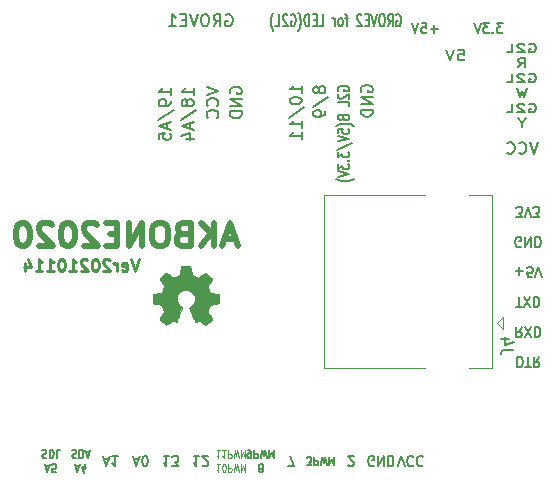
<source format=gbr>
G04 #@! TF.GenerationSoftware,KiCad,Pcbnew,5.1.7-a382d34a8~87~ubuntu20.04.1*
G04 #@! TF.CreationDate,2021-01-14T17:18:01+09:00*
G04 #@! TF.ProjectId,AKBONE2020LGT8F,414b424f-4e45-4323-9032-304c47543846,rev?*
G04 #@! TF.SameCoordinates,Original*
G04 #@! TF.FileFunction,Legend,Bot*
G04 #@! TF.FilePolarity,Positive*
%FSLAX46Y46*%
G04 Gerber Fmt 4.6, Leading zero omitted, Abs format (unit mm)*
G04 Created by KiCad (PCBNEW 5.1.7-a382d34a8~87~ubuntu20.04.1) date 2021-01-14 17:18:01*
%MOMM*%
%LPD*%
G01*
G04 APERTURE LIST*
%ADD10C,0.175000*%
%ADD11C,0.200000*%
%ADD12C,0.250000*%
%ADD13C,0.500000*%
%ADD14C,0.170000*%
%ADD15C,0.150000*%
%ADD16C,0.125000*%
%ADD17C,0.002540*%
%ADD18C,0.120000*%
G04 APERTURE END LIST*
D10*
X212283420Y-94409240D02*
X212235800Y-94342573D01*
X212235800Y-94242573D01*
X212283420Y-94142573D01*
X212378658Y-94075906D01*
X212473896Y-94042573D01*
X212664372Y-94009240D01*
X212807229Y-94009240D01*
X212997705Y-94042573D01*
X213092943Y-94075906D01*
X213188181Y-94142573D01*
X213235800Y-94242573D01*
X213235800Y-94309240D01*
X213188181Y-94409240D01*
X213140562Y-94442573D01*
X212807229Y-94442573D01*
X212807229Y-94309240D01*
X212331039Y-94709240D02*
X212283420Y-94742573D01*
X212235800Y-94809240D01*
X212235800Y-94975906D01*
X212283420Y-95042573D01*
X212331039Y-95075906D01*
X212426277Y-95109240D01*
X212521515Y-95109240D01*
X212664372Y-95075906D01*
X213235800Y-94675906D01*
X213235800Y-95109240D01*
X213235800Y-95742573D02*
X213235800Y-95409240D01*
X212235800Y-95409240D01*
X212711991Y-96742573D02*
X212759610Y-96842573D01*
X212807229Y-96875906D01*
X212902467Y-96909240D01*
X213045324Y-96909240D01*
X213140562Y-96875906D01*
X213188181Y-96842573D01*
X213235800Y-96775906D01*
X213235800Y-96509240D01*
X212235800Y-96509240D01*
X212235800Y-96742573D01*
X212283420Y-96809240D01*
X212331039Y-96842573D01*
X212426277Y-96875906D01*
X212521515Y-96875906D01*
X212616753Y-96842573D01*
X212664372Y-96809240D01*
X212711991Y-96742573D01*
X212711991Y-96509240D01*
X213616753Y-97409240D02*
X213569134Y-97375906D01*
X213426277Y-97309240D01*
X213331039Y-97275906D01*
X213188181Y-97242573D01*
X212950086Y-97209240D01*
X212759610Y-97209240D01*
X212521515Y-97242573D01*
X212378658Y-97275906D01*
X212283420Y-97309240D01*
X212140562Y-97375906D01*
X212092943Y-97409240D01*
X212235800Y-98009240D02*
X212235800Y-97675906D01*
X212711991Y-97642573D01*
X212664372Y-97675906D01*
X212616753Y-97742573D01*
X212616753Y-97909240D01*
X212664372Y-97975906D01*
X212711991Y-98009240D01*
X212807229Y-98042573D01*
X213045324Y-98042573D01*
X213140562Y-98009240D01*
X213188181Y-97975906D01*
X213235800Y-97909240D01*
X213235800Y-97742573D01*
X213188181Y-97675906D01*
X213140562Y-97642573D01*
X212235800Y-98242573D02*
X213235800Y-98475906D01*
X212235800Y-98709240D01*
X212188181Y-99442573D02*
X213473896Y-98842573D01*
X212235800Y-99609240D02*
X212235800Y-100042573D01*
X212616753Y-99809240D01*
X212616753Y-99909240D01*
X212664372Y-99975906D01*
X212711991Y-100009240D01*
X212807229Y-100042573D01*
X213045324Y-100042573D01*
X213140562Y-100009240D01*
X213188181Y-99975906D01*
X213235800Y-99909240D01*
X213235800Y-99709240D01*
X213188181Y-99642573D01*
X213140562Y-99609240D01*
X213140562Y-100342573D02*
X213188181Y-100375906D01*
X213235800Y-100342573D01*
X213188181Y-100309240D01*
X213140562Y-100342573D01*
X213235800Y-100342573D01*
X212235800Y-100609240D02*
X212235800Y-101042573D01*
X212616753Y-100809240D01*
X212616753Y-100909240D01*
X212664372Y-100975906D01*
X212711991Y-101009240D01*
X212807229Y-101042573D01*
X213045324Y-101042573D01*
X213140562Y-101009240D01*
X213188181Y-100975906D01*
X213235800Y-100909240D01*
X213235800Y-100709240D01*
X213188181Y-100642573D01*
X213140562Y-100609240D01*
X212235800Y-101242573D02*
X213235800Y-101475906D01*
X212235800Y-101709240D01*
X213616753Y-101875906D02*
X213569134Y-101909240D01*
X213426277Y-101975906D01*
X213331039Y-102009240D01*
X213188181Y-102042573D01*
X212950086Y-102075906D01*
X212759610Y-102075906D01*
X212521515Y-102042573D01*
X212378658Y-102009240D01*
X212283420Y-101975906D01*
X212140562Y-101909240D01*
X212092943Y-101875906D01*
D11*
X209189580Y-94596793D02*
X209189580Y-94025364D01*
X209189580Y-94311079D02*
X208189580Y-94311079D01*
X208332438Y-94215840D01*
X208427676Y-94120602D01*
X208475295Y-94025364D01*
X208189580Y-95215840D02*
X208189580Y-95311079D01*
X208237200Y-95406317D01*
X208284819Y-95453936D01*
X208380057Y-95501555D01*
X208570533Y-95549174D01*
X208808628Y-95549174D01*
X208999104Y-95501555D01*
X209094342Y-95453936D01*
X209141961Y-95406317D01*
X209189580Y-95311079D01*
X209189580Y-95215840D01*
X209141961Y-95120602D01*
X209094342Y-95072983D01*
X208999104Y-95025364D01*
X208808628Y-94977745D01*
X208570533Y-94977745D01*
X208380057Y-95025364D01*
X208284819Y-95072983D01*
X208237200Y-95120602D01*
X208189580Y-95215840D01*
X208141961Y-96692031D02*
X209427676Y-95834888D01*
X209189580Y-97549174D02*
X209189580Y-96977745D01*
X209189580Y-97263460D02*
X208189580Y-97263460D01*
X208332438Y-97168221D01*
X208427676Y-97072983D01*
X208475295Y-96977745D01*
X209189580Y-98501555D02*
X209189580Y-97930126D01*
X209189580Y-98215840D02*
X208189580Y-98215840D01*
X208332438Y-98120602D01*
X208427676Y-98025364D01*
X208475295Y-97930126D01*
X214251920Y-94513495D02*
X214204300Y-94418257D01*
X214204300Y-94275400D01*
X214251920Y-94132542D01*
X214347158Y-94037304D01*
X214442396Y-93989685D01*
X214632872Y-93942066D01*
X214775729Y-93942066D01*
X214966205Y-93989685D01*
X215061443Y-94037304D01*
X215156681Y-94132542D01*
X215204300Y-94275400D01*
X215204300Y-94370638D01*
X215156681Y-94513495D01*
X215109062Y-94561114D01*
X214775729Y-94561114D01*
X214775729Y-94370638D01*
X215204300Y-94989685D02*
X214204300Y-94989685D01*
X215204300Y-95561114D01*
X214204300Y-95561114D01*
X215204300Y-96037304D02*
X214204300Y-96037304D01*
X214204300Y-96275400D01*
X214251920Y-96418257D01*
X214347158Y-96513495D01*
X214442396Y-96561114D01*
X214632872Y-96608733D01*
X214775729Y-96608733D01*
X214966205Y-96561114D01*
X215061443Y-96513495D01*
X215156681Y-96418257D01*
X215204300Y-96275400D01*
X215204300Y-96037304D01*
X210622212Y-94241121D02*
X210574593Y-94145883D01*
X210526974Y-94098264D01*
X210431736Y-94050645D01*
X210384117Y-94050645D01*
X210288879Y-94098264D01*
X210241260Y-94145883D01*
X210193640Y-94241121D01*
X210193640Y-94431598D01*
X210241260Y-94526836D01*
X210288879Y-94574455D01*
X210384117Y-94622074D01*
X210431736Y-94622074D01*
X210526974Y-94574455D01*
X210574593Y-94526836D01*
X210622212Y-94431598D01*
X210622212Y-94241121D01*
X210669831Y-94145883D01*
X210717450Y-94098264D01*
X210812688Y-94050645D01*
X211003164Y-94050645D01*
X211098402Y-94098264D01*
X211146021Y-94145883D01*
X211193640Y-94241121D01*
X211193640Y-94431598D01*
X211146021Y-94526836D01*
X211098402Y-94574455D01*
X211003164Y-94622074D01*
X210812688Y-94622074D01*
X210717450Y-94574455D01*
X210669831Y-94526836D01*
X210622212Y-94431598D01*
X210146021Y-95764931D02*
X211431736Y-94907788D01*
X211193640Y-96145883D02*
X211193640Y-96336360D01*
X211146021Y-96431598D01*
X211098402Y-96479217D01*
X210955545Y-96574455D01*
X210765069Y-96622074D01*
X210384117Y-96622074D01*
X210288879Y-96574455D01*
X210241260Y-96526836D01*
X210193640Y-96431598D01*
X210193640Y-96241121D01*
X210241260Y-96145883D01*
X210288879Y-96098264D01*
X210384117Y-96050645D01*
X210622212Y-96050645D01*
X210717450Y-96098264D01*
X210765069Y-96145883D01*
X210812688Y-96241121D01*
X210812688Y-96431598D01*
X210765069Y-96526836D01*
X210717450Y-96574455D01*
X210622212Y-96622074D01*
X203167360Y-94643035D02*
X203119740Y-94547797D01*
X203119740Y-94404940D01*
X203167360Y-94262082D01*
X203262598Y-94166844D01*
X203357836Y-94119225D01*
X203548312Y-94071606D01*
X203691169Y-94071606D01*
X203881645Y-94119225D01*
X203976883Y-94166844D01*
X204072121Y-94262082D01*
X204119740Y-94404940D01*
X204119740Y-94500178D01*
X204072121Y-94643035D01*
X204024502Y-94690654D01*
X203691169Y-94690654D01*
X203691169Y-94500178D01*
X204119740Y-95119225D02*
X203119740Y-95119225D01*
X204119740Y-95690654D01*
X203119740Y-95690654D01*
X204119740Y-96166844D02*
X203119740Y-96166844D01*
X203119740Y-96404940D01*
X203167360Y-96547797D01*
X203262598Y-96643035D01*
X203357836Y-96690654D01*
X203548312Y-96738273D01*
X203691169Y-96738273D01*
X203881645Y-96690654D01*
X203976883Y-96643035D01*
X204072121Y-96547797D01*
X204119740Y-96404940D01*
X204119740Y-96166844D01*
X201143620Y-94114786D02*
X202143620Y-94448120D01*
X201143620Y-94781453D01*
X202048382Y-95686215D02*
X202096001Y-95638596D01*
X202143620Y-95495739D01*
X202143620Y-95400500D01*
X202096001Y-95257643D01*
X202000763Y-95162405D01*
X201905525Y-95114786D01*
X201715049Y-95067167D01*
X201572192Y-95067167D01*
X201381716Y-95114786D01*
X201286478Y-95162405D01*
X201191240Y-95257643D01*
X201143620Y-95400500D01*
X201143620Y-95495739D01*
X201191240Y-95638596D01*
X201238859Y-95686215D01*
X202048382Y-96686215D02*
X202096001Y-96638596D01*
X202143620Y-96495739D01*
X202143620Y-96400500D01*
X202096001Y-96257643D01*
X202000763Y-96162405D01*
X201905525Y-96114786D01*
X201715049Y-96067167D01*
X201572192Y-96067167D01*
X201381716Y-96114786D01*
X201286478Y-96162405D01*
X201191240Y-96257643D01*
X201143620Y-96400500D01*
X201143620Y-96495739D01*
X201191240Y-96638596D01*
X201238859Y-96686215D01*
X198105020Y-94773952D02*
X198105020Y-94202523D01*
X198105020Y-94488238D02*
X197105020Y-94488238D01*
X197247878Y-94393000D01*
X197343116Y-94297761D01*
X197390735Y-94202523D01*
X198105020Y-95250142D02*
X198105020Y-95440619D01*
X198057401Y-95535857D01*
X198009782Y-95583476D01*
X197866925Y-95678714D01*
X197676449Y-95726333D01*
X197295497Y-95726333D01*
X197200259Y-95678714D01*
X197152640Y-95631095D01*
X197105020Y-95535857D01*
X197105020Y-95345380D01*
X197152640Y-95250142D01*
X197200259Y-95202523D01*
X197295497Y-95154904D01*
X197533592Y-95154904D01*
X197628830Y-95202523D01*
X197676449Y-95250142D01*
X197724068Y-95345380D01*
X197724068Y-95535857D01*
X197676449Y-95631095D01*
X197628830Y-95678714D01*
X197533592Y-95726333D01*
X197057401Y-96869190D02*
X198343116Y-96012047D01*
X197819306Y-97154904D02*
X197819306Y-97631095D01*
X198105020Y-97059666D02*
X197105020Y-97393000D01*
X198105020Y-97726333D01*
X197105020Y-98535857D02*
X197105020Y-98059666D01*
X197581211Y-98012047D01*
X197533592Y-98059666D01*
X197485973Y-98154904D01*
X197485973Y-98393000D01*
X197533592Y-98488238D01*
X197581211Y-98535857D01*
X197676449Y-98583476D01*
X197914544Y-98583476D01*
X198009782Y-98535857D01*
X198057401Y-98488238D01*
X198105020Y-98393000D01*
X198105020Y-98154904D01*
X198057401Y-98059666D01*
X198009782Y-98012047D01*
X200037960Y-94773952D02*
X200037960Y-94202523D01*
X200037960Y-94488238D02*
X199037960Y-94488238D01*
X199180818Y-94393000D01*
X199276056Y-94297761D01*
X199323675Y-94202523D01*
X199466532Y-95345380D02*
X199418913Y-95250142D01*
X199371294Y-95202523D01*
X199276056Y-95154904D01*
X199228437Y-95154904D01*
X199133199Y-95202523D01*
X199085580Y-95250142D01*
X199037960Y-95345380D01*
X199037960Y-95535857D01*
X199085580Y-95631095D01*
X199133199Y-95678714D01*
X199228437Y-95726333D01*
X199276056Y-95726333D01*
X199371294Y-95678714D01*
X199418913Y-95631095D01*
X199466532Y-95535857D01*
X199466532Y-95345380D01*
X199514151Y-95250142D01*
X199561770Y-95202523D01*
X199657008Y-95154904D01*
X199847484Y-95154904D01*
X199942722Y-95202523D01*
X199990341Y-95250142D01*
X200037960Y-95345380D01*
X200037960Y-95535857D01*
X199990341Y-95631095D01*
X199942722Y-95678714D01*
X199847484Y-95726333D01*
X199657008Y-95726333D01*
X199561770Y-95678714D01*
X199514151Y-95631095D01*
X199466532Y-95535857D01*
X198990341Y-96869190D02*
X200276056Y-96012047D01*
X199752246Y-97154904D02*
X199752246Y-97631095D01*
X200037960Y-97059666D02*
X199037960Y-97393000D01*
X200037960Y-97726333D01*
X199371294Y-98488238D02*
X200037960Y-98488238D01*
X198990341Y-98250142D02*
X199704627Y-98012047D01*
X199704627Y-98631095D01*
X220715711Y-89220825D02*
X220106187Y-89220825D01*
X220410949Y-89563682D02*
X220410949Y-88877968D01*
X219344282Y-88663682D02*
X219725235Y-88663682D01*
X219763330Y-89092254D01*
X219725235Y-89049397D01*
X219649044Y-89006540D01*
X219458568Y-89006540D01*
X219382378Y-89049397D01*
X219344282Y-89092254D01*
X219306187Y-89177968D01*
X219306187Y-89392254D01*
X219344282Y-89477968D01*
X219382378Y-89520825D01*
X219458568Y-89563682D01*
X219649044Y-89563682D01*
X219725235Y-89520825D01*
X219763330Y-89477968D01*
X219077616Y-88663682D02*
X218810949Y-89563682D01*
X218544282Y-88663682D01*
D10*
X228457047Y-95557500D02*
X228552285Y-95524166D01*
X228695142Y-95524166D01*
X228838000Y-95557500D01*
X228933238Y-95624166D01*
X228980857Y-95690833D01*
X229028476Y-95824166D01*
X229028476Y-95924166D01*
X228980857Y-96057500D01*
X228933238Y-96124166D01*
X228838000Y-96190833D01*
X228695142Y-96224166D01*
X228599904Y-96224166D01*
X228457047Y-96190833D01*
X228409428Y-96157500D01*
X228409428Y-95924166D01*
X228599904Y-95924166D01*
X228028476Y-95590833D02*
X227980857Y-95557500D01*
X227885619Y-95524166D01*
X227647523Y-95524166D01*
X227552285Y-95557500D01*
X227504666Y-95590833D01*
X227457047Y-95657500D01*
X227457047Y-95724166D01*
X227504666Y-95824166D01*
X228076095Y-96224166D01*
X227457047Y-96224166D01*
X226552285Y-96224166D02*
X227028476Y-96224166D01*
X227028476Y-95524166D01*
X227838000Y-97115833D02*
X227838000Y-97449166D01*
X228171333Y-96749166D02*
X227838000Y-97115833D01*
X227504666Y-96749166D01*
X228457047Y-93017500D02*
X228552285Y-92984166D01*
X228695142Y-92984166D01*
X228838000Y-93017500D01*
X228933238Y-93084166D01*
X228980857Y-93150833D01*
X229028476Y-93284166D01*
X229028476Y-93384166D01*
X228980857Y-93517500D01*
X228933238Y-93584166D01*
X228838000Y-93650833D01*
X228695142Y-93684166D01*
X228599904Y-93684166D01*
X228457047Y-93650833D01*
X228409428Y-93617500D01*
X228409428Y-93384166D01*
X228599904Y-93384166D01*
X228028476Y-93050833D02*
X227980857Y-93017500D01*
X227885619Y-92984166D01*
X227647523Y-92984166D01*
X227552285Y-93017500D01*
X227504666Y-93050833D01*
X227457047Y-93117500D01*
X227457047Y-93184166D01*
X227504666Y-93284166D01*
X228076095Y-93684166D01*
X227457047Y-93684166D01*
X226552285Y-93684166D02*
X227028476Y-93684166D01*
X227028476Y-92984166D01*
X228266571Y-94209166D02*
X228028476Y-94909166D01*
X227838000Y-94409166D01*
X227647523Y-94909166D01*
X227409428Y-94209166D01*
X228457047Y-90477500D02*
X228552285Y-90444166D01*
X228695142Y-90444166D01*
X228838000Y-90477500D01*
X228933238Y-90544166D01*
X228980857Y-90610833D01*
X229028476Y-90744166D01*
X229028476Y-90844166D01*
X228980857Y-90977500D01*
X228933238Y-91044166D01*
X228838000Y-91110833D01*
X228695142Y-91144166D01*
X228599904Y-91144166D01*
X228457047Y-91110833D01*
X228409428Y-91077500D01*
X228409428Y-90844166D01*
X228599904Y-90844166D01*
X228028476Y-90510833D02*
X227980857Y-90477500D01*
X227885619Y-90444166D01*
X227647523Y-90444166D01*
X227552285Y-90477500D01*
X227504666Y-90510833D01*
X227457047Y-90577500D01*
X227457047Y-90644166D01*
X227504666Y-90744166D01*
X228076095Y-91144166D01*
X227457047Y-91144166D01*
X226552285Y-91144166D02*
X227028476Y-91144166D01*
X227028476Y-90444166D01*
X227528476Y-92369166D02*
X227861809Y-92035833D01*
X228099904Y-92369166D02*
X228099904Y-91669166D01*
X227718952Y-91669166D01*
X227623714Y-91702500D01*
X227576095Y-91735833D01*
X227528476Y-91802500D01*
X227528476Y-91902500D01*
X227576095Y-91969166D01*
X227623714Y-92002500D01*
X227718952Y-92035833D01*
X228099904Y-92035833D01*
D12*
X195380952Y-108672380D02*
X195047619Y-109672380D01*
X194714285Y-108672380D01*
X194000000Y-109624761D02*
X194095238Y-109672380D01*
X194285714Y-109672380D01*
X194380952Y-109624761D01*
X194428571Y-109529523D01*
X194428571Y-109148571D01*
X194380952Y-109053333D01*
X194285714Y-109005714D01*
X194095238Y-109005714D01*
X194000000Y-109053333D01*
X193952380Y-109148571D01*
X193952380Y-109243809D01*
X194428571Y-109339047D01*
X193523809Y-109672380D02*
X193523809Y-109005714D01*
X193523809Y-109196190D02*
X193476190Y-109100952D01*
X193428571Y-109053333D01*
X193333333Y-109005714D01*
X193238095Y-109005714D01*
X192952380Y-108767619D02*
X192904761Y-108720000D01*
X192809523Y-108672380D01*
X192571428Y-108672380D01*
X192476190Y-108720000D01*
X192428571Y-108767619D01*
X192380952Y-108862857D01*
X192380952Y-108958095D01*
X192428571Y-109100952D01*
X193000000Y-109672380D01*
X192380952Y-109672380D01*
X191761904Y-108672380D02*
X191666666Y-108672380D01*
X191571428Y-108720000D01*
X191523809Y-108767619D01*
X191476190Y-108862857D01*
X191428571Y-109053333D01*
X191428571Y-109291428D01*
X191476190Y-109481904D01*
X191523809Y-109577142D01*
X191571428Y-109624761D01*
X191666666Y-109672380D01*
X191761904Y-109672380D01*
X191857142Y-109624761D01*
X191904761Y-109577142D01*
X191952380Y-109481904D01*
X192000000Y-109291428D01*
X192000000Y-109053333D01*
X191952380Y-108862857D01*
X191904761Y-108767619D01*
X191857142Y-108720000D01*
X191761904Y-108672380D01*
X191047619Y-108767619D02*
X191000000Y-108720000D01*
X190904761Y-108672380D01*
X190666666Y-108672380D01*
X190571428Y-108720000D01*
X190523809Y-108767619D01*
X190476190Y-108862857D01*
X190476190Y-108958095D01*
X190523809Y-109100952D01*
X191095238Y-109672380D01*
X190476190Y-109672380D01*
X189523809Y-109672380D02*
X190095238Y-109672380D01*
X189809523Y-109672380D02*
X189809523Y-108672380D01*
X189904761Y-108815238D01*
X190000000Y-108910476D01*
X190095238Y-108958095D01*
X188904761Y-108672380D02*
X188809523Y-108672380D01*
X188714285Y-108720000D01*
X188666666Y-108767619D01*
X188619047Y-108862857D01*
X188571428Y-109053333D01*
X188571428Y-109291428D01*
X188619047Y-109481904D01*
X188666666Y-109577142D01*
X188714285Y-109624761D01*
X188809523Y-109672380D01*
X188904761Y-109672380D01*
X189000000Y-109624761D01*
X189047619Y-109577142D01*
X189095238Y-109481904D01*
X189142857Y-109291428D01*
X189142857Y-109053333D01*
X189095238Y-108862857D01*
X189047619Y-108767619D01*
X189000000Y-108720000D01*
X188904761Y-108672380D01*
X187619047Y-109672380D02*
X188190476Y-109672380D01*
X187904761Y-109672380D02*
X187904761Y-108672380D01*
X188000000Y-108815238D01*
X188095238Y-108910476D01*
X188190476Y-108958095D01*
X186666666Y-109672380D02*
X187238095Y-109672380D01*
X186952380Y-109672380D02*
X186952380Y-108672380D01*
X187047619Y-108815238D01*
X187142857Y-108910476D01*
X187238095Y-108958095D01*
X185809523Y-109005714D02*
X185809523Y-109672380D01*
X186047619Y-108624761D02*
X186285714Y-109339047D01*
X185666666Y-109339047D01*
D13*
X203595714Y-107013333D02*
X202643333Y-107013333D01*
X203786190Y-107584761D02*
X203119523Y-105584761D01*
X202452857Y-107584761D01*
X201786190Y-107584761D02*
X201786190Y-105584761D01*
X200643333Y-107584761D02*
X201500476Y-106441904D01*
X200643333Y-105584761D02*
X201786190Y-106727619D01*
X199119523Y-106537142D02*
X198833809Y-106632380D01*
X198738571Y-106727619D01*
X198643333Y-106918095D01*
X198643333Y-107203809D01*
X198738571Y-107394285D01*
X198833809Y-107489523D01*
X199024285Y-107584761D01*
X199786190Y-107584761D01*
X199786190Y-105584761D01*
X199119523Y-105584761D01*
X198929047Y-105680000D01*
X198833809Y-105775238D01*
X198738571Y-105965714D01*
X198738571Y-106156190D01*
X198833809Y-106346666D01*
X198929047Y-106441904D01*
X199119523Y-106537142D01*
X199786190Y-106537142D01*
X197405238Y-105584761D02*
X197024285Y-105584761D01*
X196833809Y-105680000D01*
X196643333Y-105870476D01*
X196548095Y-106251428D01*
X196548095Y-106918095D01*
X196643333Y-107299047D01*
X196833809Y-107489523D01*
X197024285Y-107584761D01*
X197405238Y-107584761D01*
X197595714Y-107489523D01*
X197786190Y-107299047D01*
X197881428Y-106918095D01*
X197881428Y-106251428D01*
X197786190Y-105870476D01*
X197595714Y-105680000D01*
X197405238Y-105584761D01*
X195690952Y-107584761D02*
X195690952Y-105584761D01*
X194548095Y-107584761D01*
X194548095Y-105584761D01*
X193595714Y-106537142D02*
X192929047Y-106537142D01*
X192643333Y-107584761D02*
X193595714Y-107584761D01*
X193595714Y-105584761D01*
X192643333Y-105584761D01*
X191881428Y-105775238D02*
X191786190Y-105680000D01*
X191595714Y-105584761D01*
X191119523Y-105584761D01*
X190929047Y-105680000D01*
X190833809Y-105775238D01*
X190738571Y-105965714D01*
X190738571Y-106156190D01*
X190833809Y-106441904D01*
X191976666Y-107584761D01*
X190738571Y-107584761D01*
X189500476Y-105584761D02*
X189310000Y-105584761D01*
X189119523Y-105680000D01*
X189024285Y-105775238D01*
X188929047Y-105965714D01*
X188833809Y-106346666D01*
X188833809Y-106822857D01*
X188929047Y-107203809D01*
X189024285Y-107394285D01*
X189119523Y-107489523D01*
X189310000Y-107584761D01*
X189500476Y-107584761D01*
X189690952Y-107489523D01*
X189786190Y-107394285D01*
X189881428Y-107203809D01*
X189976666Y-106822857D01*
X189976666Y-106346666D01*
X189881428Y-105965714D01*
X189786190Y-105775238D01*
X189690952Y-105680000D01*
X189500476Y-105584761D01*
X188071904Y-105775238D02*
X187976666Y-105680000D01*
X187786190Y-105584761D01*
X187310000Y-105584761D01*
X187119523Y-105680000D01*
X187024285Y-105775238D01*
X186929047Y-105965714D01*
X186929047Y-106156190D01*
X187024285Y-106441904D01*
X188167142Y-107584761D01*
X186929047Y-107584761D01*
X185690952Y-105584761D02*
X185500476Y-105584761D01*
X185310000Y-105680000D01*
X185214761Y-105775238D01*
X185119523Y-105965714D01*
X185024285Y-106346666D01*
X185024285Y-106822857D01*
X185119523Y-107203809D01*
X185214761Y-107394285D01*
X185310000Y-107489523D01*
X185500476Y-107584761D01*
X185690952Y-107584761D01*
X185881428Y-107489523D01*
X185976666Y-107394285D01*
X186071904Y-107203809D01*
X186167142Y-106822857D01*
X186167142Y-106346666D01*
X186071904Y-105965714D01*
X185976666Y-105775238D01*
X185881428Y-105680000D01*
X185690952Y-105584761D01*
D14*
X227445714Y-116932857D02*
X227445714Y-117832857D01*
X227636190Y-117832857D01*
X227750476Y-117790000D01*
X227826666Y-117704285D01*
X227864761Y-117618571D01*
X227902857Y-117447142D01*
X227902857Y-117318571D01*
X227864761Y-117147142D01*
X227826666Y-117061428D01*
X227750476Y-116975714D01*
X227636190Y-116932857D01*
X227445714Y-116932857D01*
X228131428Y-117832857D02*
X228588571Y-117832857D01*
X228360000Y-116932857D02*
X228360000Y-117832857D01*
X229312380Y-116932857D02*
X229045714Y-117361428D01*
X228855238Y-116932857D02*
X228855238Y-117832857D01*
X229160000Y-117832857D01*
X229236190Y-117790000D01*
X229274285Y-117747142D01*
X229312380Y-117661428D01*
X229312380Y-117532857D01*
X229274285Y-117447142D01*
X229236190Y-117404285D01*
X229160000Y-117361428D01*
X228855238Y-117361428D01*
X227826666Y-114392857D02*
X227560000Y-114821428D01*
X227369523Y-114392857D02*
X227369523Y-115292857D01*
X227674285Y-115292857D01*
X227750476Y-115250000D01*
X227788571Y-115207142D01*
X227826666Y-115121428D01*
X227826666Y-114992857D01*
X227788571Y-114907142D01*
X227750476Y-114864285D01*
X227674285Y-114821428D01*
X227369523Y-114821428D01*
X228093333Y-115292857D02*
X228626666Y-114392857D01*
X228626666Y-115292857D02*
X228093333Y-114392857D01*
X228931428Y-114392857D02*
X228931428Y-115292857D01*
X229121904Y-115292857D01*
X229236190Y-115250000D01*
X229312380Y-115164285D01*
X229350476Y-115078571D01*
X229388571Y-114907142D01*
X229388571Y-114778571D01*
X229350476Y-114607142D01*
X229312380Y-114521428D01*
X229236190Y-114435714D01*
X229121904Y-114392857D01*
X228931428Y-114392857D01*
X227331428Y-109655714D02*
X227940952Y-109655714D01*
X227636190Y-109312857D02*
X227636190Y-109998571D01*
X228702857Y-110212857D02*
X228321904Y-110212857D01*
X228283809Y-109784285D01*
X228321904Y-109827142D01*
X228398095Y-109870000D01*
X228588571Y-109870000D01*
X228664761Y-109827142D01*
X228702857Y-109784285D01*
X228740952Y-109698571D01*
X228740952Y-109484285D01*
X228702857Y-109398571D01*
X228664761Y-109355714D01*
X228588571Y-109312857D01*
X228398095Y-109312857D01*
X228321904Y-109355714D01*
X228283809Y-109398571D01*
X228969523Y-110212857D02*
X229236190Y-109312857D01*
X229502857Y-110212857D01*
X227350476Y-112752857D02*
X227807619Y-112752857D01*
X227579047Y-111852857D02*
X227579047Y-112752857D01*
X227998095Y-112752857D02*
X228531428Y-111852857D01*
X228531428Y-112752857D02*
X227998095Y-111852857D01*
X228836190Y-111852857D02*
X228836190Y-112752857D01*
X229026666Y-112752857D01*
X229140952Y-112710000D01*
X229217142Y-112624285D01*
X229255238Y-112538571D01*
X229293333Y-112367142D01*
X229293333Y-112238571D01*
X229255238Y-112067142D01*
X229217142Y-111981428D01*
X229140952Y-111895714D01*
X229026666Y-111852857D01*
X228836190Y-111852857D01*
X227750476Y-107630000D02*
X227674285Y-107672857D01*
X227560000Y-107672857D01*
X227445714Y-107630000D01*
X227369523Y-107544285D01*
X227331428Y-107458571D01*
X227293333Y-107287142D01*
X227293333Y-107158571D01*
X227331428Y-106987142D01*
X227369523Y-106901428D01*
X227445714Y-106815714D01*
X227560000Y-106772857D01*
X227636190Y-106772857D01*
X227750476Y-106815714D01*
X227788571Y-106858571D01*
X227788571Y-107158571D01*
X227636190Y-107158571D01*
X228131428Y-106772857D02*
X228131428Y-107672857D01*
X228588571Y-106772857D01*
X228588571Y-107672857D01*
X228969523Y-106772857D02*
X228969523Y-107672857D01*
X229160000Y-107672857D01*
X229274285Y-107630000D01*
X229350476Y-107544285D01*
X229388571Y-107458571D01*
X229426666Y-107287142D01*
X229426666Y-107158571D01*
X229388571Y-106987142D01*
X229350476Y-106901428D01*
X229274285Y-106815714D01*
X229160000Y-106772857D01*
X228969523Y-106772857D01*
X227369523Y-105132857D02*
X227864761Y-105132857D01*
X227598095Y-104790000D01*
X227712380Y-104790000D01*
X227788571Y-104747142D01*
X227826666Y-104704285D01*
X227864761Y-104618571D01*
X227864761Y-104404285D01*
X227826666Y-104318571D01*
X227788571Y-104275714D01*
X227712380Y-104232857D01*
X227483809Y-104232857D01*
X227407619Y-104275714D01*
X227369523Y-104318571D01*
X228093333Y-105132857D02*
X228360000Y-104232857D01*
X228626666Y-105132857D01*
X228817142Y-105132857D02*
X229312380Y-105132857D01*
X229045714Y-104790000D01*
X229160000Y-104790000D01*
X229236190Y-104747142D01*
X229274285Y-104704285D01*
X229312380Y-104618571D01*
X229312380Y-104404285D01*
X229274285Y-104318571D01*
X229236190Y-104275714D01*
X229160000Y-104232857D01*
X228931428Y-104232857D01*
X228855238Y-104275714D01*
X228817142Y-104318571D01*
D11*
X222440476Y-90947142D02*
X222916666Y-90947142D01*
X222964285Y-91375714D01*
X222916666Y-91332857D01*
X222821428Y-91290000D01*
X222583333Y-91290000D01*
X222488095Y-91332857D01*
X222440476Y-91375714D01*
X222392857Y-91461428D01*
X222392857Y-91675714D01*
X222440476Y-91761428D01*
X222488095Y-91804285D01*
X222583333Y-91847142D01*
X222821428Y-91847142D01*
X222916666Y-91804285D01*
X222964285Y-91761428D01*
X222107142Y-90947142D02*
X221773809Y-91847142D01*
X221440476Y-90947142D01*
X226224952Y-88661142D02*
X225729714Y-88661142D01*
X225996380Y-89004000D01*
X225882095Y-89004000D01*
X225805904Y-89046857D01*
X225767809Y-89089714D01*
X225729714Y-89175428D01*
X225729714Y-89389714D01*
X225767809Y-89475428D01*
X225805904Y-89518285D01*
X225882095Y-89561142D01*
X226110666Y-89561142D01*
X226186857Y-89518285D01*
X226224952Y-89475428D01*
X225386857Y-89475428D02*
X225348761Y-89518285D01*
X225386857Y-89561142D01*
X225424952Y-89518285D01*
X225386857Y-89475428D01*
X225386857Y-89561142D01*
X225082095Y-88661142D02*
X224586857Y-88661142D01*
X224853523Y-89004000D01*
X224739238Y-89004000D01*
X224663047Y-89046857D01*
X224624952Y-89089714D01*
X224586857Y-89175428D01*
X224586857Y-89389714D01*
X224624952Y-89475428D01*
X224663047Y-89518285D01*
X224739238Y-89561142D01*
X224967809Y-89561142D01*
X225044000Y-89518285D01*
X225082095Y-89475428D01*
X224358285Y-88661142D02*
X224091619Y-89561142D01*
X223824952Y-88661142D01*
X229171333Y-98766380D02*
X228838000Y-99766380D01*
X228504666Y-98766380D01*
X227599904Y-99671142D02*
X227647523Y-99718761D01*
X227790380Y-99766380D01*
X227885619Y-99766380D01*
X228028476Y-99718761D01*
X228123714Y-99623523D01*
X228171333Y-99528285D01*
X228218952Y-99337809D01*
X228218952Y-99194952D01*
X228171333Y-99004476D01*
X228123714Y-98909238D01*
X228028476Y-98814000D01*
X227885619Y-98766380D01*
X227790380Y-98766380D01*
X227647523Y-98814000D01*
X227599904Y-98861619D01*
X226599904Y-99671142D02*
X226647523Y-99718761D01*
X226790380Y-99766380D01*
X226885619Y-99766380D01*
X227028476Y-99718761D01*
X227123714Y-99623523D01*
X227171333Y-99528285D01*
X227218952Y-99337809D01*
X227218952Y-99194952D01*
X227171333Y-99004476D01*
X227123714Y-98909238D01*
X227028476Y-98814000D01*
X226885619Y-98766380D01*
X226790380Y-98766380D01*
X226647523Y-98814000D01*
X226599904Y-98861619D01*
D10*
X217223333Y-88000000D02*
X217290000Y-87952380D01*
X217390000Y-87952380D01*
X217490000Y-88000000D01*
X217556666Y-88095238D01*
X217590000Y-88190476D01*
X217623333Y-88380952D01*
X217623333Y-88523809D01*
X217590000Y-88714285D01*
X217556666Y-88809523D01*
X217490000Y-88904761D01*
X217390000Y-88952380D01*
X217323333Y-88952380D01*
X217223333Y-88904761D01*
X217190000Y-88857142D01*
X217190000Y-88523809D01*
X217323333Y-88523809D01*
X216490000Y-88952380D02*
X216723333Y-88476190D01*
X216890000Y-88952380D02*
X216890000Y-87952380D01*
X216623333Y-87952380D01*
X216556666Y-88000000D01*
X216523333Y-88047619D01*
X216490000Y-88142857D01*
X216490000Y-88285714D01*
X216523333Y-88380952D01*
X216556666Y-88428571D01*
X216623333Y-88476190D01*
X216890000Y-88476190D01*
X216056666Y-87952380D02*
X215923333Y-87952380D01*
X215856666Y-88000000D01*
X215790000Y-88095238D01*
X215756666Y-88285714D01*
X215756666Y-88619047D01*
X215790000Y-88809523D01*
X215856666Y-88904761D01*
X215923333Y-88952380D01*
X216056666Y-88952380D01*
X216123333Y-88904761D01*
X216190000Y-88809523D01*
X216223333Y-88619047D01*
X216223333Y-88285714D01*
X216190000Y-88095238D01*
X216123333Y-88000000D01*
X216056666Y-87952380D01*
X215556666Y-87952380D02*
X215323333Y-88952380D01*
X215090000Y-87952380D01*
X214856666Y-88428571D02*
X214623333Y-88428571D01*
X214523333Y-88952380D02*
X214856666Y-88952380D01*
X214856666Y-87952380D01*
X214523333Y-87952380D01*
X214256666Y-88047619D02*
X214223333Y-88000000D01*
X214156666Y-87952380D01*
X213990000Y-87952380D01*
X213923333Y-88000000D01*
X213890000Y-88047619D01*
X213856666Y-88142857D01*
X213856666Y-88238095D01*
X213890000Y-88380952D01*
X214290000Y-88952380D01*
X213856666Y-88952380D01*
X213123333Y-88285714D02*
X212856666Y-88285714D01*
X213023333Y-88952380D02*
X213023333Y-88095238D01*
X212990000Y-88000000D01*
X212923333Y-87952380D01*
X212856666Y-87952380D01*
X212523333Y-88952380D02*
X212590000Y-88904761D01*
X212623333Y-88857142D01*
X212656666Y-88761904D01*
X212656666Y-88476190D01*
X212623333Y-88380952D01*
X212590000Y-88333333D01*
X212523333Y-88285714D01*
X212423333Y-88285714D01*
X212356666Y-88333333D01*
X212323333Y-88380952D01*
X212290000Y-88476190D01*
X212290000Y-88761904D01*
X212323333Y-88857142D01*
X212356666Y-88904761D01*
X212423333Y-88952380D01*
X212523333Y-88952380D01*
X211990000Y-88952380D02*
X211990000Y-88285714D01*
X211990000Y-88476190D02*
X211956666Y-88380952D01*
X211923333Y-88333333D01*
X211856666Y-88285714D01*
X211790000Y-88285714D01*
X210690000Y-88952380D02*
X211023333Y-88952380D01*
X211023333Y-87952380D01*
X210456666Y-88428571D02*
X210223333Y-88428571D01*
X210123333Y-88952380D02*
X210456666Y-88952380D01*
X210456666Y-87952380D01*
X210123333Y-87952380D01*
X209823333Y-88952380D02*
X209823333Y-87952380D01*
X209656666Y-87952380D01*
X209556666Y-88000000D01*
X209490000Y-88095238D01*
X209456666Y-88190476D01*
X209423333Y-88380952D01*
X209423333Y-88523809D01*
X209456666Y-88714285D01*
X209490000Y-88809523D01*
X209556666Y-88904761D01*
X209656666Y-88952380D01*
X209823333Y-88952380D01*
X208923333Y-89333333D02*
X208956666Y-89285714D01*
X209023333Y-89142857D01*
X209056666Y-89047619D01*
X209090000Y-88904761D01*
X209123333Y-88666666D01*
X209123333Y-88476190D01*
X209090000Y-88238095D01*
X209056666Y-88095238D01*
X209023333Y-88000000D01*
X208956666Y-87857142D01*
X208923333Y-87809523D01*
X208290000Y-88000000D02*
X208356666Y-87952380D01*
X208456666Y-87952380D01*
X208556666Y-88000000D01*
X208623333Y-88095238D01*
X208656666Y-88190476D01*
X208690000Y-88380952D01*
X208690000Y-88523809D01*
X208656666Y-88714285D01*
X208623333Y-88809523D01*
X208556666Y-88904761D01*
X208456666Y-88952380D01*
X208390000Y-88952380D01*
X208290000Y-88904761D01*
X208256666Y-88857142D01*
X208256666Y-88523809D01*
X208390000Y-88523809D01*
X207990000Y-88047619D02*
X207956666Y-88000000D01*
X207890000Y-87952380D01*
X207723333Y-87952380D01*
X207656666Y-88000000D01*
X207623333Y-88047619D01*
X207590000Y-88142857D01*
X207590000Y-88238095D01*
X207623333Y-88380952D01*
X208023333Y-88952380D01*
X207590000Y-88952380D01*
X206956666Y-88952380D02*
X207290000Y-88952380D01*
X207290000Y-87952380D01*
X206790000Y-89333333D02*
X206756666Y-89285714D01*
X206690000Y-89142857D01*
X206656666Y-89047619D01*
X206623333Y-88904761D01*
X206590000Y-88666666D01*
X206590000Y-88476190D01*
X206623333Y-88238095D01*
X206656666Y-88095238D01*
X206690000Y-88000000D01*
X206756666Y-87857142D01*
X206790000Y-87809523D01*
D11*
X202779047Y-88000000D02*
X202874285Y-87952380D01*
X203017142Y-87952380D01*
X203160000Y-88000000D01*
X203255238Y-88095238D01*
X203302857Y-88190476D01*
X203350476Y-88380952D01*
X203350476Y-88523809D01*
X203302857Y-88714285D01*
X203255238Y-88809523D01*
X203160000Y-88904761D01*
X203017142Y-88952380D01*
X202921904Y-88952380D01*
X202779047Y-88904761D01*
X202731428Y-88857142D01*
X202731428Y-88523809D01*
X202921904Y-88523809D01*
X201731428Y-88952380D02*
X202064761Y-88476190D01*
X202302857Y-88952380D02*
X202302857Y-87952380D01*
X201921904Y-87952380D01*
X201826666Y-88000000D01*
X201779047Y-88047619D01*
X201731428Y-88142857D01*
X201731428Y-88285714D01*
X201779047Y-88380952D01*
X201826666Y-88428571D01*
X201921904Y-88476190D01*
X202302857Y-88476190D01*
X201112380Y-87952380D02*
X200921904Y-87952380D01*
X200826666Y-88000000D01*
X200731428Y-88095238D01*
X200683809Y-88285714D01*
X200683809Y-88619047D01*
X200731428Y-88809523D01*
X200826666Y-88904761D01*
X200921904Y-88952380D01*
X201112380Y-88952380D01*
X201207619Y-88904761D01*
X201302857Y-88809523D01*
X201350476Y-88619047D01*
X201350476Y-88285714D01*
X201302857Y-88095238D01*
X201207619Y-88000000D01*
X201112380Y-87952380D01*
X200398095Y-87952380D02*
X200064761Y-88952380D01*
X199731428Y-87952380D01*
X199398095Y-88428571D02*
X199064761Y-88428571D01*
X198921904Y-88952380D02*
X199398095Y-88952380D01*
X199398095Y-87952380D01*
X198921904Y-87952380D01*
X197969523Y-88952380D02*
X198540952Y-88952380D01*
X198255238Y-88952380D02*
X198255238Y-87952380D01*
X198350476Y-88095238D01*
X198445714Y-88190476D01*
X198540952Y-88238095D01*
D15*
X205682857Y-126413333D02*
X205625714Y-126446666D01*
X205597142Y-126480000D01*
X205568571Y-126546666D01*
X205568571Y-126580000D01*
X205597142Y-126646666D01*
X205625714Y-126680000D01*
X205682857Y-126713333D01*
X205797142Y-126713333D01*
X205854285Y-126680000D01*
X205882857Y-126646666D01*
X205911428Y-126580000D01*
X205911428Y-126546666D01*
X205882857Y-126480000D01*
X205854285Y-126446666D01*
X205797142Y-126413333D01*
X205682857Y-126413333D01*
X205625714Y-126380000D01*
X205597142Y-126346666D01*
X205568571Y-126280000D01*
X205568571Y-126146666D01*
X205597142Y-126080000D01*
X205625714Y-126046666D01*
X205682857Y-126013333D01*
X205797142Y-126013333D01*
X205854285Y-126046666D01*
X205882857Y-126080000D01*
X205911428Y-126146666D01*
X205911428Y-126280000D01*
X205882857Y-126346666D01*
X205854285Y-126380000D01*
X205797142Y-126413333D01*
X204640000Y-124813333D02*
X204754285Y-124813333D01*
X204811428Y-124846666D01*
X204840000Y-124880000D01*
X204897142Y-124980000D01*
X204925714Y-125113333D01*
X204925714Y-125380000D01*
X204897142Y-125446666D01*
X204868571Y-125480000D01*
X204811428Y-125513333D01*
X204697142Y-125513333D01*
X204640000Y-125480000D01*
X204611428Y-125446666D01*
X204582857Y-125380000D01*
X204582857Y-125213333D01*
X204611428Y-125146666D01*
X204640000Y-125113333D01*
X204697142Y-125080000D01*
X204811428Y-125080000D01*
X204868571Y-125113333D01*
X204897142Y-125146666D01*
X204925714Y-125213333D01*
X205182857Y-124813333D02*
X205182857Y-125513333D01*
X205411428Y-125513333D01*
X205468571Y-125480000D01*
X205497142Y-125446666D01*
X205525714Y-125380000D01*
X205525714Y-125280000D01*
X205497142Y-125213333D01*
X205468571Y-125180000D01*
X205411428Y-125146666D01*
X205182857Y-125146666D01*
X205725714Y-125513333D02*
X205868571Y-124813333D01*
X205982857Y-125313333D01*
X206097142Y-124813333D01*
X206240000Y-125513333D01*
X206468571Y-124813333D02*
X206468571Y-125513333D01*
X206668571Y-125013333D01*
X206868571Y-125513333D01*
X206868571Y-124813333D01*
X190071428Y-126213333D02*
X190357142Y-126213333D01*
X190014285Y-126013333D02*
X190214285Y-126713333D01*
X190414285Y-126013333D01*
X190871428Y-126480000D02*
X190871428Y-126013333D01*
X190728571Y-126746666D02*
X190585714Y-126246666D01*
X190957142Y-126246666D01*
X189771428Y-124846666D02*
X189857142Y-124813333D01*
X190000000Y-124813333D01*
X190057142Y-124846666D01*
X190085714Y-124880000D01*
X190114285Y-124946666D01*
X190114285Y-125013333D01*
X190085714Y-125080000D01*
X190057142Y-125113333D01*
X190000000Y-125146666D01*
X189885714Y-125180000D01*
X189828571Y-125213333D01*
X189800000Y-125246666D01*
X189771428Y-125313333D01*
X189771428Y-125380000D01*
X189800000Y-125446666D01*
X189828571Y-125480000D01*
X189885714Y-125513333D01*
X190028571Y-125513333D01*
X190114285Y-125480000D01*
X190371428Y-124813333D02*
X190371428Y-125513333D01*
X190514285Y-125513333D01*
X190600000Y-125480000D01*
X190657142Y-125413333D01*
X190685714Y-125346666D01*
X190714285Y-125213333D01*
X190714285Y-125113333D01*
X190685714Y-124980000D01*
X190657142Y-124913333D01*
X190600000Y-124846666D01*
X190514285Y-124813333D01*
X190371428Y-124813333D01*
X190942857Y-125013333D02*
X191228571Y-125013333D01*
X190885714Y-124813333D02*
X191085714Y-125513333D01*
X191285714Y-124813333D01*
X187531428Y-126213333D02*
X187817142Y-126213333D01*
X187474285Y-126013333D02*
X187674285Y-126713333D01*
X187874285Y-126013333D01*
X188360000Y-126713333D02*
X188074285Y-126713333D01*
X188045714Y-126380000D01*
X188074285Y-126413333D01*
X188131428Y-126446666D01*
X188274285Y-126446666D01*
X188331428Y-126413333D01*
X188360000Y-126380000D01*
X188388571Y-126313333D01*
X188388571Y-126146666D01*
X188360000Y-126080000D01*
X188331428Y-126046666D01*
X188274285Y-126013333D01*
X188131428Y-126013333D01*
X188074285Y-126046666D01*
X188045714Y-126080000D01*
X187245714Y-124846666D02*
X187331428Y-124813333D01*
X187474285Y-124813333D01*
X187531428Y-124846666D01*
X187560000Y-124880000D01*
X187588571Y-124946666D01*
X187588571Y-125013333D01*
X187560000Y-125080000D01*
X187531428Y-125113333D01*
X187474285Y-125146666D01*
X187360000Y-125180000D01*
X187302857Y-125213333D01*
X187274285Y-125246666D01*
X187245714Y-125313333D01*
X187245714Y-125380000D01*
X187274285Y-125446666D01*
X187302857Y-125480000D01*
X187360000Y-125513333D01*
X187502857Y-125513333D01*
X187588571Y-125480000D01*
X187845714Y-124813333D02*
X187845714Y-125513333D01*
X187988571Y-125513333D01*
X188074285Y-125480000D01*
X188131428Y-125413333D01*
X188160000Y-125346666D01*
X188188571Y-125213333D01*
X188188571Y-125113333D01*
X188160000Y-124980000D01*
X188131428Y-124913333D01*
X188074285Y-124846666D01*
X187988571Y-124813333D01*
X187845714Y-124813333D01*
X188731428Y-124813333D02*
X188445714Y-124813333D01*
X188445714Y-125513333D01*
D14*
X195008571Y-125580000D02*
X195389523Y-125580000D01*
X194932380Y-125322857D02*
X195199047Y-126222857D01*
X195465714Y-125322857D01*
X195884761Y-126222857D02*
X195960952Y-126222857D01*
X196037142Y-126180000D01*
X196075238Y-126137142D01*
X196113333Y-126051428D01*
X196151428Y-125880000D01*
X196151428Y-125665714D01*
X196113333Y-125494285D01*
X196075238Y-125408571D01*
X196037142Y-125365714D01*
X195960952Y-125322857D01*
X195884761Y-125322857D01*
X195808571Y-125365714D01*
X195770476Y-125408571D01*
X195732380Y-125494285D01*
X195694285Y-125665714D01*
X195694285Y-125880000D01*
X195732380Y-126051428D01*
X195770476Y-126137142D01*
X195808571Y-126180000D01*
X195884761Y-126222857D01*
X197967619Y-125322857D02*
X197510476Y-125322857D01*
X197739047Y-125322857D02*
X197739047Y-126222857D01*
X197662857Y-126094285D01*
X197586666Y-126008571D01*
X197510476Y-125965714D01*
X198234285Y-126222857D02*
X198729523Y-126222857D01*
X198462857Y-125880000D01*
X198577142Y-125880000D01*
X198653333Y-125837142D01*
X198691428Y-125794285D01*
X198729523Y-125708571D01*
X198729523Y-125494285D01*
X198691428Y-125408571D01*
X198653333Y-125365714D01*
X198577142Y-125322857D01*
X198348571Y-125322857D01*
X198272380Y-125365714D01*
X198234285Y-125408571D01*
X217373333Y-126222857D02*
X217640000Y-125322857D01*
X217906666Y-126222857D01*
X218630476Y-125408571D02*
X218592380Y-125365714D01*
X218478095Y-125322857D01*
X218401904Y-125322857D01*
X218287619Y-125365714D01*
X218211428Y-125451428D01*
X218173333Y-125537142D01*
X218135238Y-125708571D01*
X218135238Y-125837142D01*
X218173333Y-126008571D01*
X218211428Y-126094285D01*
X218287619Y-126180000D01*
X218401904Y-126222857D01*
X218478095Y-126222857D01*
X218592380Y-126180000D01*
X218630476Y-126137142D01*
X219430476Y-125408571D02*
X219392380Y-125365714D01*
X219278095Y-125322857D01*
X219201904Y-125322857D01*
X219087619Y-125365714D01*
X219011428Y-125451428D01*
X218973333Y-125537142D01*
X218935238Y-125708571D01*
X218935238Y-125837142D01*
X218973333Y-126008571D01*
X219011428Y-126094285D01*
X219087619Y-126180000D01*
X219201904Y-126222857D01*
X219278095Y-126222857D01*
X219392380Y-126180000D01*
X219430476Y-126137142D01*
X192468571Y-125580000D02*
X192849523Y-125580000D01*
X192392380Y-125322857D02*
X192659047Y-126222857D01*
X192925714Y-125322857D01*
X193611428Y-125322857D02*
X193154285Y-125322857D01*
X193382857Y-125322857D02*
X193382857Y-126222857D01*
X193306666Y-126094285D01*
X193230476Y-126008571D01*
X193154285Y-125965714D01*
D16*
X202283333Y-126000833D02*
X201997619Y-126000833D01*
X202140476Y-126000833D02*
X202140476Y-126700833D01*
X202092857Y-126600833D01*
X202045238Y-126534166D01*
X201997619Y-126500833D01*
X202592857Y-126700833D02*
X202640476Y-126700833D01*
X202688095Y-126667500D01*
X202711904Y-126634166D01*
X202735714Y-126567500D01*
X202759523Y-126434166D01*
X202759523Y-126267500D01*
X202735714Y-126134166D01*
X202711904Y-126067500D01*
X202688095Y-126034166D01*
X202640476Y-126000833D01*
X202592857Y-126000833D01*
X202545238Y-126034166D01*
X202521428Y-126067500D01*
X202497619Y-126134166D01*
X202473809Y-126267500D01*
X202473809Y-126434166D01*
X202497619Y-126567500D01*
X202521428Y-126634166D01*
X202545238Y-126667500D01*
X202592857Y-126700833D01*
X202973809Y-126000833D02*
X202973809Y-126700833D01*
X203164285Y-126700833D01*
X203211904Y-126667500D01*
X203235714Y-126634166D01*
X203259523Y-126567500D01*
X203259523Y-126467500D01*
X203235714Y-126400833D01*
X203211904Y-126367500D01*
X203164285Y-126334166D01*
X202973809Y-126334166D01*
X203426190Y-126700833D02*
X203545238Y-126000833D01*
X203640476Y-126500833D01*
X203735714Y-126000833D01*
X203854761Y-126700833D01*
X204045238Y-126000833D02*
X204045238Y-126700833D01*
X204211904Y-126200833D01*
X204378571Y-126700833D01*
X204378571Y-126000833D01*
X202283333Y-124825833D02*
X201997619Y-124825833D01*
X202140476Y-124825833D02*
X202140476Y-125525833D01*
X202092857Y-125425833D01*
X202045238Y-125359166D01*
X201997619Y-125325833D01*
X202759523Y-124825833D02*
X202473809Y-124825833D01*
X202616666Y-124825833D02*
X202616666Y-125525833D01*
X202569047Y-125425833D01*
X202521428Y-125359166D01*
X202473809Y-125325833D01*
X202973809Y-124825833D02*
X202973809Y-125525833D01*
X203164285Y-125525833D01*
X203211904Y-125492500D01*
X203235714Y-125459166D01*
X203259523Y-125392500D01*
X203259523Y-125292500D01*
X203235714Y-125225833D01*
X203211904Y-125192500D01*
X203164285Y-125159166D01*
X202973809Y-125159166D01*
X203426190Y-125525833D02*
X203545238Y-124825833D01*
X203640476Y-125325833D01*
X203735714Y-124825833D01*
X203854761Y-125525833D01*
X204045238Y-124825833D02*
X204045238Y-125525833D01*
X204211904Y-125025833D01*
X204378571Y-125525833D01*
X204378571Y-124825833D01*
D14*
X208013333Y-126222857D02*
X208546666Y-126222857D01*
X208203809Y-125322857D01*
X200507619Y-125322857D02*
X200050476Y-125322857D01*
X200279047Y-125322857D02*
X200279047Y-126222857D01*
X200202857Y-126094285D01*
X200126666Y-126008571D01*
X200050476Y-125965714D01*
X200812380Y-126137142D02*
X200850476Y-126180000D01*
X200926666Y-126222857D01*
X201117142Y-126222857D01*
X201193333Y-126180000D01*
X201231428Y-126137142D01*
X201269523Y-126051428D01*
X201269523Y-125965714D01*
X201231428Y-125837142D01*
X200774285Y-125322857D01*
X201269523Y-125322857D01*
X213131428Y-126137142D02*
X213169523Y-126180000D01*
X213245714Y-126222857D01*
X213436190Y-126222857D01*
X213512380Y-126180000D01*
X213550476Y-126137142D01*
X213588571Y-126051428D01*
X213588571Y-125965714D01*
X213550476Y-125837142D01*
X213093333Y-125322857D01*
X213588571Y-125322857D01*
D15*
X209634285Y-126113333D02*
X210005714Y-126113333D01*
X209805714Y-125846666D01*
X209891428Y-125846666D01*
X209948571Y-125813333D01*
X209977142Y-125780000D01*
X210005714Y-125713333D01*
X210005714Y-125546666D01*
X209977142Y-125480000D01*
X209948571Y-125446666D01*
X209891428Y-125413333D01*
X209720000Y-125413333D01*
X209662857Y-125446666D01*
X209634285Y-125480000D01*
X210262857Y-125413333D02*
X210262857Y-126113333D01*
X210491428Y-126113333D01*
X210548571Y-126080000D01*
X210577142Y-126046666D01*
X210605714Y-125980000D01*
X210605714Y-125880000D01*
X210577142Y-125813333D01*
X210548571Y-125780000D01*
X210491428Y-125746666D01*
X210262857Y-125746666D01*
X210805714Y-126113333D02*
X210948571Y-125413333D01*
X211062857Y-125913333D01*
X211177142Y-125413333D01*
X211320000Y-126113333D01*
X211548571Y-125413333D02*
X211548571Y-126113333D01*
X211748571Y-125613333D01*
X211948571Y-126113333D01*
X211948571Y-125413333D01*
D14*
X215290476Y-126180000D02*
X215214285Y-126222857D01*
X215100000Y-126222857D01*
X214985714Y-126180000D01*
X214909523Y-126094285D01*
X214871428Y-126008571D01*
X214833333Y-125837142D01*
X214833333Y-125708571D01*
X214871428Y-125537142D01*
X214909523Y-125451428D01*
X214985714Y-125365714D01*
X215100000Y-125322857D01*
X215176190Y-125322857D01*
X215290476Y-125365714D01*
X215328571Y-125408571D01*
X215328571Y-125708571D01*
X215176190Y-125708571D01*
X215671428Y-125322857D02*
X215671428Y-126222857D01*
X216128571Y-125322857D01*
X216128571Y-126222857D01*
X216509523Y-125322857D02*
X216509523Y-126222857D01*
X216700000Y-126222857D01*
X216814285Y-126180000D01*
X216890476Y-126094285D01*
X216928571Y-126008571D01*
X216966666Y-125837142D01*
X216966666Y-125708571D01*
X216928571Y-125537142D01*
X216890476Y-125451428D01*
X216814285Y-125365714D01*
X216700000Y-125322857D01*
X216509523Y-125322857D01*
D17*
G36*
X201076560Y-114259360D02*
G01*
X201046080Y-114244120D01*
X200982580Y-114203480D01*
X200888600Y-114142520D01*
X200779380Y-114068860D01*
X200667620Y-113992660D01*
X200578720Y-113931700D01*
X200515220Y-113891060D01*
X200487280Y-113878360D01*
X200474580Y-113883440D01*
X200421240Y-113908840D01*
X200345040Y-113946940D01*
X200301860Y-113969800D01*
X200230740Y-114000280D01*
X200197720Y-114005360D01*
X200190100Y-113997740D01*
X200164700Y-113944400D01*
X200126600Y-113852960D01*
X200073260Y-113731040D01*
X200012300Y-113591340D01*
X199948800Y-113438940D01*
X199882760Y-113284000D01*
X199821800Y-113134140D01*
X199768460Y-113002060D01*
X199725280Y-112892840D01*
X199694800Y-112819180D01*
X199684640Y-112786160D01*
X199687180Y-112778540D01*
X199722740Y-112745520D01*
X199783700Y-112699800D01*
X199915780Y-112593120D01*
X200045320Y-112430560D01*
X200124060Y-112245140D01*
X200152000Y-112041940D01*
X200129140Y-111851440D01*
X200052940Y-111668560D01*
X199925940Y-111506000D01*
X199773540Y-111384080D01*
X199593200Y-111305340D01*
X199390000Y-111282480D01*
X199196960Y-111302800D01*
X199011540Y-111376460D01*
X198846440Y-111500920D01*
X198777860Y-111582200D01*
X198681340Y-111747300D01*
X198628000Y-111925100D01*
X198620380Y-111970820D01*
X198630540Y-112166400D01*
X198686420Y-112351820D01*
X198790560Y-112519460D01*
X198932800Y-112656620D01*
X198950580Y-112671860D01*
X199019160Y-112720120D01*
X199062340Y-112755680D01*
X199097900Y-112783620D01*
X198848980Y-113383060D01*
X198808340Y-113477040D01*
X198739760Y-113642140D01*
X198681340Y-113781840D01*
X198633080Y-113893600D01*
X198600060Y-113969800D01*
X198584820Y-114000280D01*
X198582280Y-114000280D01*
X198561960Y-114005360D01*
X198516240Y-113987580D01*
X198432420Y-113946940D01*
X198376540Y-113919000D01*
X198313040Y-113888520D01*
X198285100Y-113878360D01*
X198259700Y-113891060D01*
X198198740Y-113929160D01*
X198109840Y-113990120D01*
X198003160Y-114063780D01*
X197901560Y-114132360D01*
X197807580Y-114193320D01*
X197739000Y-114236500D01*
X197705980Y-114254280D01*
X197700900Y-114254280D01*
X197670420Y-114239040D01*
X197617080Y-114193320D01*
X197535800Y-114117120D01*
X197418960Y-114002820D01*
X197401180Y-113985040D01*
X197307200Y-113888520D01*
X197231000Y-113807240D01*
X197177660Y-113751360D01*
X197159880Y-113723420D01*
X197177660Y-113690400D01*
X197220840Y-113624360D01*
X197281800Y-113527840D01*
X197358000Y-113416080D01*
X197556120Y-113129060D01*
X197446900Y-112857280D01*
X197413880Y-112773460D01*
X197370700Y-112671860D01*
X197340220Y-112600740D01*
X197324980Y-112567720D01*
X197294500Y-112557560D01*
X197220840Y-112539780D01*
X197111620Y-112516920D01*
X196982080Y-112494060D01*
X196860160Y-112471200D01*
X196750940Y-112450880D01*
X196669660Y-112435640D01*
X196634100Y-112428020D01*
X196623940Y-112422940D01*
X196618860Y-112405160D01*
X196613780Y-112367060D01*
X196611240Y-112301020D01*
X196608700Y-112194340D01*
X196608700Y-112041940D01*
X196608700Y-112024160D01*
X196611240Y-111876840D01*
X196613780Y-111762540D01*
X196616320Y-111686340D01*
X196621400Y-111655860D01*
X196656960Y-111648240D01*
X196735700Y-111630460D01*
X196844920Y-111610140D01*
X196977000Y-111584740D01*
X196987160Y-111582200D01*
X197116700Y-111556800D01*
X197228460Y-111533940D01*
X197304660Y-111516160D01*
X197337680Y-111506000D01*
X197345300Y-111495840D01*
X197370700Y-111445040D01*
X197408800Y-111363760D01*
X197451980Y-111264700D01*
X197495160Y-111160560D01*
X197533260Y-111069120D01*
X197558660Y-110998000D01*
X197566280Y-110967520D01*
X197563740Y-110967520D01*
X197545960Y-110934500D01*
X197500240Y-110865920D01*
X197436740Y-110771940D01*
X197358000Y-110660180D01*
X197352920Y-110652560D01*
X197276720Y-110540800D01*
X197215760Y-110446820D01*
X197175120Y-110378240D01*
X197159880Y-110347760D01*
X197185280Y-110314740D01*
X197241160Y-110251240D01*
X197322440Y-110164880D01*
X197421500Y-110068360D01*
X197451980Y-110037880D01*
X197558660Y-109931200D01*
X197634860Y-109862620D01*
X197680580Y-109824520D01*
X197703440Y-109816900D01*
X197705980Y-109816900D01*
X197739000Y-109837220D01*
X197807580Y-109882940D01*
X197904100Y-109948980D01*
X198015860Y-110025180D01*
X198023480Y-110030260D01*
X198135240Y-110106460D01*
X198229220Y-110169960D01*
X198295260Y-110213140D01*
X198323200Y-110230920D01*
X198328280Y-110230920D01*
X198374000Y-110215680D01*
X198452740Y-110187740D01*
X198549260Y-110152180D01*
X198653400Y-110109000D01*
X198744840Y-110070900D01*
X198815960Y-110037880D01*
X198848980Y-110020100D01*
X198848980Y-110017560D01*
X198861680Y-109979460D01*
X198882000Y-109895640D01*
X198904860Y-109781340D01*
X198930260Y-109644180D01*
X198935340Y-109621320D01*
X198960740Y-109489240D01*
X198981060Y-109380020D01*
X198996300Y-109303820D01*
X199003920Y-109273340D01*
X199024240Y-109268260D01*
X199087740Y-109263180D01*
X199186800Y-109260640D01*
X199306180Y-109260640D01*
X199430640Y-109260640D01*
X199555100Y-109263180D01*
X199659240Y-109268260D01*
X199735440Y-109273340D01*
X199765920Y-109278420D01*
X199765920Y-109280960D01*
X199778620Y-109321600D01*
X199796400Y-109405420D01*
X199819260Y-109519720D01*
X199847200Y-109656880D01*
X199852280Y-109682280D01*
X199875140Y-109814360D01*
X199898000Y-109921040D01*
X199913240Y-109997240D01*
X199923400Y-110025180D01*
X199933560Y-110032800D01*
X199989440Y-110055660D01*
X200078340Y-110093760D01*
X200187560Y-110136940D01*
X200441560Y-110241080D01*
X200753980Y-110025180D01*
X200784460Y-110007400D01*
X200896220Y-109931200D01*
X200987660Y-109867700D01*
X201051160Y-109827060D01*
X201079100Y-109811820D01*
X201081640Y-109814360D01*
X201112120Y-109839760D01*
X201173080Y-109898180D01*
X201259440Y-109982000D01*
X201355960Y-110078520D01*
X201429620Y-110152180D01*
X201515980Y-110238540D01*
X201569320Y-110296960D01*
X201599800Y-110335060D01*
X201609960Y-110357920D01*
X201607420Y-110373160D01*
X201587100Y-110406180D01*
X201541380Y-110474760D01*
X201477880Y-110568740D01*
X201401680Y-110680500D01*
X201338180Y-110771940D01*
X201272140Y-110876080D01*
X201226420Y-110952280D01*
X201211180Y-110987840D01*
X201216260Y-111003080D01*
X201236580Y-111064040D01*
X201274680Y-111158020D01*
X201320400Y-111267240D01*
X201429620Y-111513620D01*
X201592180Y-111546640D01*
X201691240Y-111564420D01*
X201828400Y-111589820D01*
X201957940Y-111615220D01*
X202163680Y-111655860D01*
X202171300Y-112407700D01*
X202140820Y-112422940D01*
X202110340Y-112430560D01*
X202034140Y-112448340D01*
X201924920Y-112468660D01*
X201797920Y-112494060D01*
X201688700Y-112514380D01*
X201576940Y-112534700D01*
X201498200Y-112549940D01*
X201462640Y-112557560D01*
X201455020Y-112567720D01*
X201427080Y-112621060D01*
X201388980Y-112707420D01*
X201345800Y-112809020D01*
X201300080Y-112913160D01*
X201261980Y-113012220D01*
X201234040Y-113085880D01*
X201223880Y-113123980D01*
X201239120Y-113151920D01*
X201282300Y-113217960D01*
X201343260Y-113309400D01*
X201416920Y-113418620D01*
X201490580Y-113527840D01*
X201554080Y-113621820D01*
X201597260Y-113687860D01*
X201617580Y-113718340D01*
X201607420Y-113741200D01*
X201564240Y-113792000D01*
X201480420Y-113878360D01*
X201358500Y-114000280D01*
X201338180Y-114018060D01*
X201241660Y-114112040D01*
X201157840Y-114188240D01*
X201101960Y-114239040D01*
X201076560Y-114259360D01*
G37*
X201076560Y-114259360D02*
X201046080Y-114244120D01*
X200982580Y-114203480D01*
X200888600Y-114142520D01*
X200779380Y-114068860D01*
X200667620Y-113992660D01*
X200578720Y-113931700D01*
X200515220Y-113891060D01*
X200487280Y-113878360D01*
X200474580Y-113883440D01*
X200421240Y-113908840D01*
X200345040Y-113946940D01*
X200301860Y-113969800D01*
X200230740Y-114000280D01*
X200197720Y-114005360D01*
X200190100Y-113997740D01*
X200164700Y-113944400D01*
X200126600Y-113852960D01*
X200073260Y-113731040D01*
X200012300Y-113591340D01*
X199948800Y-113438940D01*
X199882760Y-113284000D01*
X199821800Y-113134140D01*
X199768460Y-113002060D01*
X199725280Y-112892840D01*
X199694800Y-112819180D01*
X199684640Y-112786160D01*
X199687180Y-112778540D01*
X199722740Y-112745520D01*
X199783700Y-112699800D01*
X199915780Y-112593120D01*
X200045320Y-112430560D01*
X200124060Y-112245140D01*
X200152000Y-112041940D01*
X200129140Y-111851440D01*
X200052940Y-111668560D01*
X199925940Y-111506000D01*
X199773540Y-111384080D01*
X199593200Y-111305340D01*
X199390000Y-111282480D01*
X199196960Y-111302800D01*
X199011540Y-111376460D01*
X198846440Y-111500920D01*
X198777860Y-111582200D01*
X198681340Y-111747300D01*
X198628000Y-111925100D01*
X198620380Y-111970820D01*
X198630540Y-112166400D01*
X198686420Y-112351820D01*
X198790560Y-112519460D01*
X198932800Y-112656620D01*
X198950580Y-112671860D01*
X199019160Y-112720120D01*
X199062340Y-112755680D01*
X199097900Y-112783620D01*
X198848980Y-113383060D01*
X198808340Y-113477040D01*
X198739760Y-113642140D01*
X198681340Y-113781840D01*
X198633080Y-113893600D01*
X198600060Y-113969800D01*
X198584820Y-114000280D01*
X198582280Y-114000280D01*
X198561960Y-114005360D01*
X198516240Y-113987580D01*
X198432420Y-113946940D01*
X198376540Y-113919000D01*
X198313040Y-113888520D01*
X198285100Y-113878360D01*
X198259700Y-113891060D01*
X198198740Y-113929160D01*
X198109840Y-113990120D01*
X198003160Y-114063780D01*
X197901560Y-114132360D01*
X197807580Y-114193320D01*
X197739000Y-114236500D01*
X197705980Y-114254280D01*
X197700900Y-114254280D01*
X197670420Y-114239040D01*
X197617080Y-114193320D01*
X197535800Y-114117120D01*
X197418960Y-114002820D01*
X197401180Y-113985040D01*
X197307200Y-113888520D01*
X197231000Y-113807240D01*
X197177660Y-113751360D01*
X197159880Y-113723420D01*
X197177660Y-113690400D01*
X197220840Y-113624360D01*
X197281800Y-113527840D01*
X197358000Y-113416080D01*
X197556120Y-113129060D01*
X197446900Y-112857280D01*
X197413880Y-112773460D01*
X197370700Y-112671860D01*
X197340220Y-112600740D01*
X197324980Y-112567720D01*
X197294500Y-112557560D01*
X197220840Y-112539780D01*
X197111620Y-112516920D01*
X196982080Y-112494060D01*
X196860160Y-112471200D01*
X196750940Y-112450880D01*
X196669660Y-112435640D01*
X196634100Y-112428020D01*
X196623940Y-112422940D01*
X196618860Y-112405160D01*
X196613780Y-112367060D01*
X196611240Y-112301020D01*
X196608700Y-112194340D01*
X196608700Y-112041940D01*
X196608700Y-112024160D01*
X196611240Y-111876840D01*
X196613780Y-111762540D01*
X196616320Y-111686340D01*
X196621400Y-111655860D01*
X196656960Y-111648240D01*
X196735700Y-111630460D01*
X196844920Y-111610140D01*
X196977000Y-111584740D01*
X196987160Y-111582200D01*
X197116700Y-111556800D01*
X197228460Y-111533940D01*
X197304660Y-111516160D01*
X197337680Y-111506000D01*
X197345300Y-111495840D01*
X197370700Y-111445040D01*
X197408800Y-111363760D01*
X197451980Y-111264700D01*
X197495160Y-111160560D01*
X197533260Y-111069120D01*
X197558660Y-110998000D01*
X197566280Y-110967520D01*
X197563740Y-110967520D01*
X197545960Y-110934500D01*
X197500240Y-110865920D01*
X197436740Y-110771940D01*
X197358000Y-110660180D01*
X197352920Y-110652560D01*
X197276720Y-110540800D01*
X197215760Y-110446820D01*
X197175120Y-110378240D01*
X197159880Y-110347760D01*
X197185280Y-110314740D01*
X197241160Y-110251240D01*
X197322440Y-110164880D01*
X197421500Y-110068360D01*
X197451980Y-110037880D01*
X197558660Y-109931200D01*
X197634860Y-109862620D01*
X197680580Y-109824520D01*
X197703440Y-109816900D01*
X197705980Y-109816900D01*
X197739000Y-109837220D01*
X197807580Y-109882940D01*
X197904100Y-109948980D01*
X198015860Y-110025180D01*
X198023480Y-110030260D01*
X198135240Y-110106460D01*
X198229220Y-110169960D01*
X198295260Y-110213140D01*
X198323200Y-110230920D01*
X198328280Y-110230920D01*
X198374000Y-110215680D01*
X198452740Y-110187740D01*
X198549260Y-110152180D01*
X198653400Y-110109000D01*
X198744840Y-110070900D01*
X198815960Y-110037880D01*
X198848980Y-110020100D01*
X198848980Y-110017560D01*
X198861680Y-109979460D01*
X198882000Y-109895640D01*
X198904860Y-109781340D01*
X198930260Y-109644180D01*
X198935340Y-109621320D01*
X198960740Y-109489240D01*
X198981060Y-109380020D01*
X198996300Y-109303820D01*
X199003920Y-109273340D01*
X199024240Y-109268260D01*
X199087740Y-109263180D01*
X199186800Y-109260640D01*
X199306180Y-109260640D01*
X199430640Y-109260640D01*
X199555100Y-109263180D01*
X199659240Y-109268260D01*
X199735440Y-109273340D01*
X199765920Y-109278420D01*
X199765920Y-109280960D01*
X199778620Y-109321600D01*
X199796400Y-109405420D01*
X199819260Y-109519720D01*
X199847200Y-109656880D01*
X199852280Y-109682280D01*
X199875140Y-109814360D01*
X199898000Y-109921040D01*
X199913240Y-109997240D01*
X199923400Y-110025180D01*
X199933560Y-110032800D01*
X199989440Y-110055660D01*
X200078340Y-110093760D01*
X200187560Y-110136940D01*
X200441560Y-110241080D01*
X200753980Y-110025180D01*
X200784460Y-110007400D01*
X200896220Y-109931200D01*
X200987660Y-109867700D01*
X201051160Y-109827060D01*
X201079100Y-109811820D01*
X201081640Y-109814360D01*
X201112120Y-109839760D01*
X201173080Y-109898180D01*
X201259440Y-109982000D01*
X201355960Y-110078520D01*
X201429620Y-110152180D01*
X201515980Y-110238540D01*
X201569320Y-110296960D01*
X201599800Y-110335060D01*
X201609960Y-110357920D01*
X201607420Y-110373160D01*
X201587100Y-110406180D01*
X201541380Y-110474760D01*
X201477880Y-110568740D01*
X201401680Y-110680500D01*
X201338180Y-110771940D01*
X201272140Y-110876080D01*
X201226420Y-110952280D01*
X201211180Y-110987840D01*
X201216260Y-111003080D01*
X201236580Y-111064040D01*
X201274680Y-111158020D01*
X201320400Y-111267240D01*
X201429620Y-111513620D01*
X201592180Y-111546640D01*
X201691240Y-111564420D01*
X201828400Y-111589820D01*
X201957940Y-111615220D01*
X202163680Y-111655860D01*
X202171300Y-112407700D01*
X202140820Y-112422940D01*
X202110340Y-112430560D01*
X202034140Y-112448340D01*
X201924920Y-112468660D01*
X201797920Y-112494060D01*
X201688700Y-112514380D01*
X201576940Y-112534700D01*
X201498200Y-112549940D01*
X201462640Y-112557560D01*
X201455020Y-112567720D01*
X201427080Y-112621060D01*
X201388980Y-112707420D01*
X201345800Y-112809020D01*
X201300080Y-112913160D01*
X201261980Y-113012220D01*
X201234040Y-113085880D01*
X201223880Y-113123980D01*
X201239120Y-113151920D01*
X201282300Y-113217960D01*
X201343260Y-113309400D01*
X201416920Y-113418620D01*
X201490580Y-113527840D01*
X201554080Y-113621820D01*
X201597260Y-113687860D01*
X201617580Y-113718340D01*
X201607420Y-113741200D01*
X201564240Y-113792000D01*
X201480420Y-113878360D01*
X201358500Y-114000280D01*
X201338180Y-114018060D01*
X201241660Y-114112040D01*
X201157840Y-114188240D01*
X201101960Y-114239040D01*
X201076560Y-114259360D01*
D18*
X219650000Y-117930000D02*
X211110000Y-117930000D01*
X211110000Y-117930000D02*
X211110000Y-103210000D01*
X219650000Y-103210000D02*
X211110000Y-103210000D01*
X225330000Y-117930000D02*
X225330000Y-103210000D01*
X225330000Y-117930000D02*
X223350000Y-117930000D01*
X223350000Y-103210000D02*
X225330000Y-103210000D01*
X226210000Y-114570000D02*
X225710000Y-114070000D01*
X225710000Y-114070000D02*
X226210000Y-113570000D01*
X226210000Y-113570000D02*
X226210000Y-114570000D01*
D15*
X227107619Y-116353333D02*
X226393333Y-116353333D01*
X226250476Y-116400952D01*
X226155238Y-116496190D01*
X226107619Y-116639047D01*
X226107619Y-116734285D01*
X226774285Y-115448571D02*
X226107619Y-115448571D01*
X227155238Y-115686666D02*
X226440952Y-115924761D01*
X226440952Y-115305714D01*
M02*

</source>
